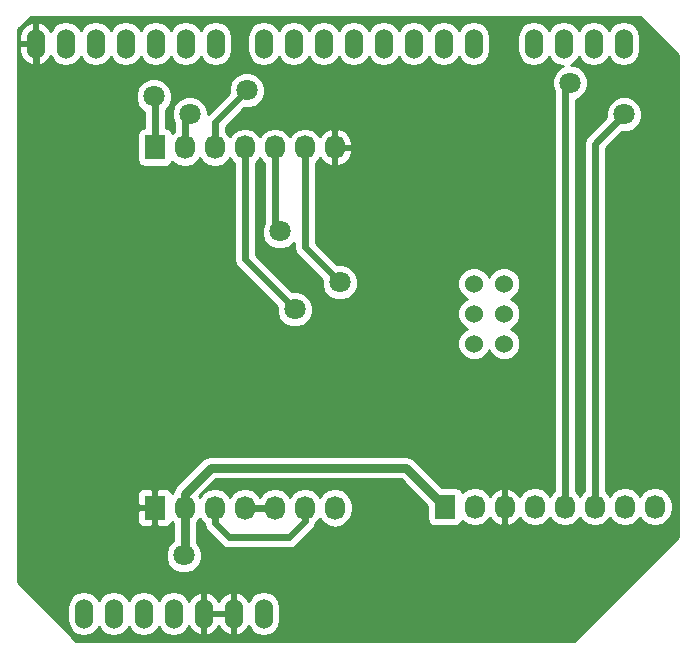
<source format=gbl>
G04 #@! TF.FileFunction,Copper,L2,Bot,Signal*
%FSLAX46Y46*%
G04 Gerber Fmt 4.6, Leading zero omitted, Abs format (unit mm)*
G04 Created by KiCad (PCBNEW 4.0.2+e4-6225~38~ubuntu15.10.1-stable) date lun 30 may 2016 16:09:53 CLT*
%MOMM*%
G01*
G04 APERTURE LIST*
%ADD10C,0.100000*%
%ADD11O,1.524000X2.540000*%
%ADD12C,1.524000*%
%ADD13R,1.727200X2.032000*%
%ADD14O,1.727200X2.032000*%
%ADD15C,1.800000*%
%ADD16C,0.600000*%
%ADD17C,0.750000*%
%ADD18C,0.254000*%
G04 APERTURE END LIST*
D10*
D11*
X217081100Y-54203600D03*
X219621100Y-54203600D03*
X222161100Y-54203600D03*
X224701100Y-54203600D03*
X194221100Y-102463600D03*
X191681100Y-102463600D03*
X189141100Y-102463600D03*
X184061100Y-102463600D03*
X181521100Y-102463600D03*
X212001100Y-54203600D03*
X209461100Y-54203600D03*
X206921100Y-54203600D03*
X204381100Y-54203600D03*
X201841100Y-54203600D03*
X199301100Y-54203600D03*
X196761100Y-54203600D03*
X194221100Y-54203600D03*
X190157100Y-54203600D03*
X187617100Y-54203600D03*
X185077100Y-54203600D03*
X182537100Y-54203600D03*
X179997100Y-54203600D03*
X177457100Y-54203600D03*
X174917100Y-54203600D03*
X186601100Y-102463600D03*
D12*
X212001100Y-74523600D03*
X214541100Y-74523600D03*
X212001100Y-77063600D03*
X214541100Y-77063600D03*
X212001100Y-79603600D03*
X214541100Y-79603600D03*
D11*
X178981100Y-102463600D03*
D13*
X185000000Y-93500000D03*
D14*
X187540000Y-93500000D03*
X190080000Y-93500000D03*
X192620000Y-93500000D03*
X195160000Y-93500000D03*
X197700000Y-93500000D03*
X200240000Y-93500000D03*
D13*
X185000000Y-63000000D03*
D14*
X187540000Y-63000000D03*
X190080000Y-63000000D03*
X192620000Y-63000000D03*
X195160000Y-63000000D03*
X197700000Y-63000000D03*
X200240000Y-63000000D03*
D13*
X209550000Y-93408500D03*
D14*
X212090000Y-93408500D03*
X214630000Y-93408500D03*
X217170000Y-93408500D03*
X219710000Y-93408500D03*
X222250000Y-93408500D03*
X224790000Y-93408500D03*
X227330000Y-93408500D03*
D15*
X220154500Y-57531000D03*
X224726500Y-60198000D03*
X175323500Y-70167500D03*
X187452000Y-97536000D03*
X187960000Y-60198000D03*
X192786000Y-58166000D03*
X184912000Y-58674000D03*
X200660000Y-74422000D03*
X196850000Y-76708000D03*
X195580000Y-70104000D03*
D16*
X219710000Y-93408500D02*
X219710000Y-57975500D01*
X219710000Y-57975500D02*
X220154500Y-57531000D01*
X222250000Y-93408500D02*
X222250000Y-62674500D01*
X222250000Y-62674500D02*
X224726500Y-60198000D01*
X174917100Y-69761100D02*
X174917100Y-54203600D01*
X175323500Y-70167500D02*
X174917100Y-69761100D01*
D17*
X187540000Y-93500000D02*
X187540000Y-92304500D01*
X206248000Y-90106500D02*
X209550000Y-93408500D01*
X189738000Y-90106500D02*
X206248000Y-90106500D01*
X187540000Y-92304500D02*
X189738000Y-90106500D01*
X187540000Y-97448000D02*
X187540000Y-93500000D01*
X187452000Y-97536000D02*
X187540000Y-97448000D01*
D16*
X187540000Y-63000000D02*
X187540000Y-60618000D01*
X187540000Y-60618000D02*
X187960000Y-60198000D01*
X190080000Y-63000000D02*
X190080000Y-60872000D01*
X190080000Y-60872000D02*
X192786000Y-58166000D01*
X185000000Y-63000000D02*
X185000000Y-58762000D01*
X185000000Y-58762000D02*
X184912000Y-58674000D01*
X185000000Y-54280700D02*
X185077100Y-54203600D01*
X197700000Y-63000000D02*
X197700000Y-71462000D01*
X197700000Y-71462000D02*
X200660000Y-74422000D01*
X192620000Y-63000000D02*
X192620000Y-72478000D01*
X192620000Y-72478000D02*
X196850000Y-76708000D01*
X195160000Y-63000000D02*
X195160000Y-69684000D01*
X195160000Y-69684000D02*
X195580000Y-70104000D01*
X190080000Y-93500000D02*
X190080000Y-94830000D01*
X197700000Y-94654000D02*
X197700000Y-93500000D01*
X196342000Y-96012000D02*
X197700000Y-94654000D01*
X191262000Y-96012000D02*
X196342000Y-96012000D01*
X190080000Y-94830000D02*
X191262000Y-96012000D01*
X192620000Y-93500000D02*
X195160000Y-93500000D01*
D18*
G36*
X229298500Y-55170606D02*
X229298500Y-95959394D01*
X220482894Y-104775000D01*
X178360606Y-104775000D01*
X175503885Y-101918279D01*
X177584100Y-101918279D01*
X177584100Y-103008921D01*
X177690440Y-103543530D01*
X177993272Y-103996749D01*
X178446491Y-104299581D01*
X178981100Y-104405921D01*
X179515709Y-104299581D01*
X179968928Y-103996749D01*
X180251100Y-103574450D01*
X180533272Y-103996749D01*
X180986491Y-104299581D01*
X181521100Y-104405921D01*
X182055709Y-104299581D01*
X182508928Y-103996749D01*
X182791100Y-103574450D01*
X183073272Y-103996749D01*
X183526491Y-104299581D01*
X184061100Y-104405921D01*
X184595709Y-104299581D01*
X185048928Y-103996749D01*
X185331100Y-103574450D01*
X185613272Y-103996749D01*
X186066491Y-104299581D01*
X186601100Y-104405921D01*
X187135709Y-104299581D01*
X187588928Y-103996749D01*
X187880430Y-103560487D01*
X187899041Y-103623541D01*
X188243074Y-104049230D01*
X188723823Y-104310860D01*
X188798030Y-104325820D01*
X189014100Y-104203320D01*
X189014100Y-102590600D01*
X189268100Y-102590600D01*
X189268100Y-104203320D01*
X189484170Y-104325820D01*
X189558377Y-104310860D01*
X190039126Y-104049230D01*
X190383159Y-103623541D01*
X190411100Y-103528877D01*
X190439041Y-103623541D01*
X190783074Y-104049230D01*
X191263823Y-104310860D01*
X191338030Y-104325820D01*
X191554100Y-104203320D01*
X191554100Y-102590600D01*
X189268100Y-102590600D01*
X189014100Y-102590600D01*
X188994100Y-102590600D01*
X188994100Y-102336600D01*
X189014100Y-102336600D01*
X189014100Y-100723880D01*
X189268100Y-100723880D01*
X189268100Y-102336600D01*
X191554100Y-102336600D01*
X191554100Y-100723880D01*
X191808100Y-100723880D01*
X191808100Y-102336600D01*
X191828100Y-102336600D01*
X191828100Y-102590600D01*
X191808100Y-102590600D01*
X191808100Y-104203320D01*
X192024170Y-104325820D01*
X192098377Y-104310860D01*
X192579126Y-104049230D01*
X192923159Y-103623541D01*
X192941770Y-103560487D01*
X193233272Y-103996749D01*
X193686491Y-104299581D01*
X194221100Y-104405921D01*
X194755709Y-104299581D01*
X195208928Y-103996749D01*
X195511760Y-103543530D01*
X195618100Y-103008921D01*
X195618100Y-101918279D01*
X195511760Y-101383670D01*
X195208928Y-100930451D01*
X194755709Y-100627619D01*
X194221100Y-100521279D01*
X193686491Y-100627619D01*
X193233272Y-100930451D01*
X192941770Y-101366713D01*
X192923159Y-101303659D01*
X192579126Y-100877970D01*
X192098377Y-100616340D01*
X192024170Y-100601380D01*
X191808100Y-100723880D01*
X191554100Y-100723880D01*
X191338030Y-100601380D01*
X191263823Y-100616340D01*
X190783074Y-100877970D01*
X190439041Y-101303659D01*
X190411100Y-101398323D01*
X190383159Y-101303659D01*
X190039126Y-100877970D01*
X189558377Y-100616340D01*
X189484170Y-100601380D01*
X189268100Y-100723880D01*
X189014100Y-100723880D01*
X188798030Y-100601380D01*
X188723823Y-100616340D01*
X188243074Y-100877970D01*
X187899041Y-101303659D01*
X187880430Y-101366713D01*
X187588928Y-100930451D01*
X187135709Y-100627619D01*
X186601100Y-100521279D01*
X186066491Y-100627619D01*
X185613272Y-100930451D01*
X185331100Y-101352750D01*
X185048928Y-100930451D01*
X184595709Y-100627619D01*
X184061100Y-100521279D01*
X183526491Y-100627619D01*
X183073272Y-100930451D01*
X182791100Y-101352750D01*
X182508928Y-100930451D01*
X182055709Y-100627619D01*
X181521100Y-100521279D01*
X180986491Y-100627619D01*
X180533272Y-100930451D01*
X180251100Y-101352750D01*
X179968928Y-100930451D01*
X179515709Y-100627619D01*
X178981100Y-100521279D01*
X178446491Y-100627619D01*
X177993272Y-100930451D01*
X177690440Y-101383670D01*
X177584100Y-101918279D01*
X175503885Y-101918279D01*
X173418500Y-99832894D01*
X173418500Y-93785750D01*
X183501400Y-93785750D01*
X183501400Y-94642309D01*
X183598073Y-94875698D01*
X183776701Y-95054327D01*
X184010090Y-95151000D01*
X184714250Y-95151000D01*
X184873000Y-94992250D01*
X184873000Y-93627000D01*
X183660150Y-93627000D01*
X183501400Y-93785750D01*
X173418500Y-93785750D01*
X173418500Y-92357691D01*
X183501400Y-92357691D01*
X183501400Y-93214250D01*
X183660150Y-93373000D01*
X184873000Y-93373000D01*
X184873000Y-92007750D01*
X185127000Y-92007750D01*
X185127000Y-93373000D01*
X185147000Y-93373000D01*
X185147000Y-93627000D01*
X185127000Y-93627000D01*
X185127000Y-94992250D01*
X185285750Y-95151000D01*
X185989910Y-95151000D01*
X186223299Y-95054327D01*
X186401927Y-94875698D01*
X186465500Y-94722220D01*
X186480330Y-94744415D01*
X186530000Y-94777603D01*
X186530000Y-96287467D01*
X186151449Y-96665357D01*
X185917267Y-97229330D01*
X185916735Y-97839991D01*
X186149932Y-98404371D01*
X186581357Y-98836551D01*
X187145330Y-99070733D01*
X187755991Y-99071265D01*
X188320371Y-98838068D01*
X188752551Y-98406643D01*
X188986733Y-97842670D01*
X188987265Y-97232009D01*
X188754068Y-96667629D01*
X188550000Y-96463204D01*
X188550000Y-94777603D01*
X188599670Y-94744415D01*
X188810000Y-94429634D01*
X189020330Y-94744415D01*
X189145000Y-94827717D01*
X189145000Y-94830000D01*
X189216173Y-95187809D01*
X189418855Y-95491145D01*
X190600855Y-96673145D01*
X190904191Y-96875827D01*
X191262000Y-96947000D01*
X196342000Y-96947000D01*
X196699809Y-96875827D01*
X197003145Y-96673145D01*
X198361145Y-95315145D01*
X198563827Y-95011809D01*
X198595149Y-94854345D01*
X198759670Y-94744415D01*
X198970000Y-94429634D01*
X199180330Y-94744415D01*
X199666511Y-95069271D01*
X200240000Y-95183345D01*
X200813489Y-95069271D01*
X201299670Y-94744415D01*
X201624526Y-94258234D01*
X201738600Y-93684745D01*
X201738600Y-93315255D01*
X201624526Y-92741766D01*
X201299670Y-92255585D01*
X200813489Y-91930729D01*
X200240000Y-91816655D01*
X199666511Y-91930729D01*
X199180330Y-92255585D01*
X198970000Y-92570366D01*
X198759670Y-92255585D01*
X198273489Y-91930729D01*
X197700000Y-91816655D01*
X197126511Y-91930729D01*
X196640330Y-92255585D01*
X196430000Y-92570366D01*
X196219670Y-92255585D01*
X195733489Y-91930729D01*
X195160000Y-91816655D01*
X194586511Y-91930729D01*
X194100330Y-92255585D01*
X193893585Y-92565000D01*
X193886415Y-92565000D01*
X193679670Y-92255585D01*
X193193489Y-91930729D01*
X192620000Y-91816655D01*
X192046511Y-91930729D01*
X191560330Y-92255585D01*
X191350000Y-92570366D01*
X191139670Y-92255585D01*
X190653489Y-91930729D01*
X190080000Y-91816655D01*
X189506511Y-91930729D01*
X189020330Y-92255585D01*
X188810000Y-92570366D01*
X188766938Y-92505918D01*
X190156356Y-91116500D01*
X205829644Y-91116500D01*
X208038960Y-93325816D01*
X208038960Y-94424500D01*
X208083238Y-94659817D01*
X208222310Y-94875941D01*
X208434510Y-95020931D01*
X208686400Y-95071940D01*
X210413600Y-95071940D01*
X210648917Y-95027662D01*
X210865041Y-94888590D01*
X211010031Y-94676390D01*
X211018400Y-94635061D01*
X211030330Y-94652915D01*
X211516511Y-94977771D01*
X212090000Y-95091845D01*
X212663489Y-94977771D01*
X213149670Y-94652915D01*
X213356461Y-94343431D01*
X213727964Y-94759232D01*
X214255209Y-95013209D01*
X214270974Y-95015858D01*
X214503000Y-94894717D01*
X214503000Y-93535500D01*
X214483000Y-93535500D01*
X214483000Y-93281500D01*
X214503000Y-93281500D01*
X214503000Y-91922283D01*
X214757000Y-91922283D01*
X214757000Y-93281500D01*
X214777000Y-93281500D01*
X214777000Y-93535500D01*
X214757000Y-93535500D01*
X214757000Y-94894717D01*
X214989026Y-95015858D01*
X215004791Y-95013209D01*
X215532036Y-94759232D01*
X215903539Y-94343431D01*
X216110330Y-94652915D01*
X216596511Y-94977771D01*
X217170000Y-95091845D01*
X217743489Y-94977771D01*
X218229670Y-94652915D01*
X218440000Y-94338134D01*
X218650330Y-94652915D01*
X219136511Y-94977771D01*
X219710000Y-95091845D01*
X220283489Y-94977771D01*
X220769670Y-94652915D01*
X220980000Y-94338134D01*
X221190330Y-94652915D01*
X221676511Y-94977771D01*
X222250000Y-95091845D01*
X222823489Y-94977771D01*
X223309670Y-94652915D01*
X223520000Y-94338134D01*
X223730330Y-94652915D01*
X224216511Y-94977771D01*
X224790000Y-95091845D01*
X225363489Y-94977771D01*
X225849670Y-94652915D01*
X226060000Y-94338134D01*
X226270330Y-94652915D01*
X226756511Y-94977771D01*
X227330000Y-95091845D01*
X227903489Y-94977771D01*
X228389670Y-94652915D01*
X228714526Y-94166734D01*
X228828600Y-93593245D01*
X228828600Y-93223755D01*
X228714526Y-92650266D01*
X228389670Y-92164085D01*
X227903489Y-91839229D01*
X227330000Y-91725155D01*
X226756511Y-91839229D01*
X226270330Y-92164085D01*
X226060000Y-92478866D01*
X225849670Y-92164085D01*
X225363489Y-91839229D01*
X224790000Y-91725155D01*
X224216511Y-91839229D01*
X223730330Y-92164085D01*
X223520000Y-92478866D01*
X223309670Y-92164085D01*
X223185000Y-92080783D01*
X223185000Y-63061790D01*
X224513975Y-61732815D01*
X225030491Y-61733265D01*
X225594871Y-61500068D01*
X226027051Y-61068643D01*
X226261233Y-60504670D01*
X226261765Y-59894009D01*
X226028568Y-59329629D01*
X225597143Y-58897449D01*
X225033170Y-58663267D01*
X224422509Y-58662735D01*
X223858129Y-58895932D01*
X223425949Y-59327357D01*
X223191767Y-59891330D01*
X223191314Y-60410896D01*
X221588855Y-62013355D01*
X221386173Y-62316691D01*
X221315000Y-62674500D01*
X221315000Y-92080783D01*
X221190330Y-92164085D01*
X220980000Y-92478866D01*
X220769670Y-92164085D01*
X220645000Y-92080783D01*
X220645000Y-58989201D01*
X221022871Y-58833068D01*
X221455051Y-58401643D01*
X221689233Y-57837670D01*
X221689765Y-57227009D01*
X221456568Y-56662629D01*
X221025143Y-56230449D01*
X220461170Y-55996267D01*
X220220846Y-55996058D01*
X220608928Y-55736749D01*
X220891100Y-55314450D01*
X221173272Y-55736749D01*
X221626491Y-56039581D01*
X222161100Y-56145921D01*
X222695709Y-56039581D01*
X223148928Y-55736749D01*
X223431100Y-55314450D01*
X223713272Y-55736749D01*
X224166491Y-56039581D01*
X224701100Y-56145921D01*
X225235709Y-56039581D01*
X225688928Y-55736749D01*
X225991760Y-55283530D01*
X226098100Y-54748921D01*
X226098100Y-53658279D01*
X225991760Y-53123670D01*
X225688928Y-52670451D01*
X225235709Y-52367619D01*
X224701100Y-52261279D01*
X224166491Y-52367619D01*
X223713272Y-52670451D01*
X223431100Y-53092750D01*
X223148928Y-52670451D01*
X222695709Y-52367619D01*
X222161100Y-52261279D01*
X221626491Y-52367619D01*
X221173272Y-52670451D01*
X220891100Y-53092750D01*
X220608928Y-52670451D01*
X220155709Y-52367619D01*
X219621100Y-52261279D01*
X219086491Y-52367619D01*
X218633272Y-52670451D01*
X218351100Y-53092750D01*
X218068928Y-52670451D01*
X217615709Y-52367619D01*
X217081100Y-52261279D01*
X216546491Y-52367619D01*
X216093272Y-52670451D01*
X215790440Y-53123670D01*
X215684100Y-53658279D01*
X215684100Y-54748921D01*
X215790440Y-55283530D01*
X216093272Y-55736749D01*
X216546491Y-56039581D01*
X217081100Y-56145921D01*
X217615709Y-56039581D01*
X218068928Y-55736749D01*
X218351100Y-55314450D01*
X218633272Y-55736749D01*
X219086491Y-56039581D01*
X219530599Y-56127919D01*
X219286129Y-56228932D01*
X218853949Y-56660357D01*
X218619767Y-57224330D01*
X218619235Y-57834991D01*
X218775000Y-58211971D01*
X218775000Y-92080783D01*
X218650330Y-92164085D01*
X218440000Y-92478866D01*
X218229670Y-92164085D01*
X217743489Y-91839229D01*
X217170000Y-91725155D01*
X216596511Y-91839229D01*
X216110330Y-92164085D01*
X215903539Y-92473569D01*
X215532036Y-92057768D01*
X215004791Y-91803791D01*
X214989026Y-91801142D01*
X214757000Y-91922283D01*
X214503000Y-91922283D01*
X214270974Y-91801142D01*
X214255209Y-91803791D01*
X213727964Y-92057768D01*
X213356461Y-92473569D01*
X213149670Y-92164085D01*
X212663489Y-91839229D01*
X212090000Y-91725155D01*
X211516511Y-91839229D01*
X211030330Y-92164085D01*
X211020757Y-92178413D01*
X211016762Y-92157183D01*
X210877690Y-91941059D01*
X210665490Y-91796069D01*
X210413600Y-91745060D01*
X209314916Y-91745060D01*
X206962178Y-89392322D01*
X206634510Y-89173382D01*
X206248000Y-89096500D01*
X189738000Y-89096500D01*
X189351489Y-89173382D01*
X189023822Y-89392322D01*
X186825822Y-91590322D01*
X186606882Y-91917990D01*
X186548835Y-92209812D01*
X186480330Y-92255585D01*
X186465500Y-92277780D01*
X186401927Y-92124302D01*
X186223299Y-91945673D01*
X185989910Y-91849000D01*
X185285750Y-91849000D01*
X185127000Y-92007750D01*
X184873000Y-92007750D01*
X184714250Y-91849000D01*
X184010090Y-91849000D01*
X183776701Y-91945673D01*
X183598073Y-92124302D01*
X183501400Y-92357691D01*
X173418500Y-92357691D01*
X173418500Y-58977991D01*
X183376735Y-58977991D01*
X183609932Y-59542371D01*
X184041357Y-59974551D01*
X184065000Y-59984368D01*
X184065000Y-61349995D01*
X183901083Y-61380838D01*
X183684959Y-61519910D01*
X183539969Y-61732110D01*
X183488960Y-61984000D01*
X183488960Y-64016000D01*
X183533238Y-64251317D01*
X183672310Y-64467441D01*
X183884510Y-64612431D01*
X184136400Y-64663440D01*
X185863600Y-64663440D01*
X186098917Y-64619162D01*
X186315041Y-64480090D01*
X186460031Y-64267890D01*
X186468400Y-64226561D01*
X186480330Y-64244415D01*
X186966511Y-64569271D01*
X187540000Y-64683345D01*
X188113489Y-64569271D01*
X188599670Y-64244415D01*
X188810000Y-63929634D01*
X189020330Y-64244415D01*
X189506511Y-64569271D01*
X190080000Y-64683345D01*
X190653489Y-64569271D01*
X191139670Y-64244415D01*
X191350000Y-63929634D01*
X191560330Y-64244415D01*
X191685000Y-64327717D01*
X191685000Y-72478000D01*
X191756173Y-72835809D01*
X191958855Y-73139145D01*
X195315185Y-76495475D01*
X195314735Y-77011991D01*
X195547932Y-77576371D01*
X195979357Y-78008551D01*
X196543330Y-78242733D01*
X197153991Y-78243265D01*
X197718371Y-78010068D01*
X198150551Y-77578643D01*
X198384733Y-77014670D01*
X198385265Y-76404009D01*
X198152068Y-75839629D01*
X197720643Y-75407449D01*
X197156670Y-75173267D01*
X196637104Y-75172814D01*
X193555000Y-72090710D01*
X193555000Y-64327717D01*
X193679670Y-64244415D01*
X193890000Y-63929634D01*
X194100330Y-64244415D01*
X194225000Y-64327717D01*
X194225000Y-69364485D01*
X194045267Y-69797330D01*
X194044735Y-70407991D01*
X194277932Y-70972371D01*
X194709357Y-71404551D01*
X195273330Y-71638733D01*
X195883991Y-71639265D01*
X196448371Y-71406068D01*
X196765000Y-71089992D01*
X196765000Y-71462000D01*
X196836173Y-71819809D01*
X197038855Y-72123145D01*
X199125185Y-74209475D01*
X199124735Y-74725991D01*
X199357932Y-75290371D01*
X199789357Y-75722551D01*
X200353330Y-75956733D01*
X200963991Y-75957265D01*
X201528371Y-75724068D01*
X201960551Y-75292643D01*
X202165005Y-74800261D01*
X210603858Y-74800261D01*
X210816090Y-75313903D01*
X211208730Y-75707229D01*
X211416612Y-75793549D01*
X211210797Y-75878590D01*
X210817471Y-76271230D01*
X210604343Y-76784500D01*
X210603858Y-77340261D01*
X210816090Y-77853903D01*
X211208730Y-78247229D01*
X211416612Y-78333549D01*
X211210797Y-78418590D01*
X210817471Y-78811230D01*
X210604343Y-79324500D01*
X210603858Y-79880261D01*
X210816090Y-80393903D01*
X211208730Y-80787229D01*
X211722000Y-81000357D01*
X212277761Y-81000842D01*
X212791403Y-80788610D01*
X213184729Y-80395970D01*
X213271049Y-80188088D01*
X213356090Y-80393903D01*
X213748730Y-80787229D01*
X214262000Y-81000357D01*
X214817761Y-81000842D01*
X215331403Y-80788610D01*
X215724729Y-80395970D01*
X215937857Y-79882700D01*
X215938342Y-79326939D01*
X215726110Y-78813297D01*
X215333470Y-78419971D01*
X215125588Y-78333651D01*
X215331403Y-78248610D01*
X215724729Y-77855970D01*
X215937857Y-77342700D01*
X215938342Y-76786939D01*
X215726110Y-76273297D01*
X215333470Y-75879971D01*
X215125588Y-75793651D01*
X215331403Y-75708610D01*
X215724729Y-75315970D01*
X215937857Y-74802700D01*
X215938342Y-74246939D01*
X215726110Y-73733297D01*
X215333470Y-73339971D01*
X214820200Y-73126843D01*
X214264439Y-73126358D01*
X213750797Y-73338590D01*
X213357471Y-73731230D01*
X213271151Y-73939112D01*
X213186110Y-73733297D01*
X212793470Y-73339971D01*
X212280200Y-73126843D01*
X211724439Y-73126358D01*
X211210797Y-73338590D01*
X210817471Y-73731230D01*
X210604343Y-74244500D01*
X210603858Y-74800261D01*
X202165005Y-74800261D01*
X202194733Y-74728670D01*
X202195265Y-74118009D01*
X201962068Y-73553629D01*
X201530643Y-73121449D01*
X200966670Y-72887267D01*
X200447104Y-72886814D01*
X198635000Y-71074710D01*
X198635000Y-64327717D01*
X198759670Y-64244415D01*
X198966461Y-63934931D01*
X199337964Y-64350732D01*
X199865209Y-64604709D01*
X199880974Y-64607358D01*
X200113000Y-64486217D01*
X200113000Y-63127000D01*
X200367000Y-63127000D01*
X200367000Y-64486217D01*
X200599026Y-64607358D01*
X200614791Y-64604709D01*
X201142036Y-64350732D01*
X201531954Y-63914320D01*
X201725184Y-63361913D01*
X201580924Y-63127000D01*
X200367000Y-63127000D01*
X200113000Y-63127000D01*
X200093000Y-63127000D01*
X200093000Y-62873000D01*
X200113000Y-62873000D01*
X200113000Y-61513783D01*
X200367000Y-61513783D01*
X200367000Y-62873000D01*
X201580924Y-62873000D01*
X201725184Y-62638087D01*
X201531954Y-62085680D01*
X201142036Y-61649268D01*
X200614791Y-61395291D01*
X200599026Y-61392642D01*
X200367000Y-61513783D01*
X200113000Y-61513783D01*
X199880974Y-61392642D01*
X199865209Y-61395291D01*
X199337964Y-61649268D01*
X198966461Y-62065069D01*
X198759670Y-61755585D01*
X198273489Y-61430729D01*
X197700000Y-61316655D01*
X197126511Y-61430729D01*
X196640330Y-61755585D01*
X196430000Y-62070366D01*
X196219670Y-61755585D01*
X195733489Y-61430729D01*
X195160000Y-61316655D01*
X194586511Y-61430729D01*
X194100330Y-61755585D01*
X193890000Y-62070366D01*
X193679670Y-61755585D01*
X193193489Y-61430729D01*
X192620000Y-61316655D01*
X192046511Y-61430729D01*
X191560330Y-61755585D01*
X191350000Y-62070366D01*
X191139670Y-61755585D01*
X191015000Y-61672283D01*
X191015000Y-61259290D01*
X192573475Y-59700815D01*
X193089991Y-59701265D01*
X193654371Y-59468068D01*
X194086551Y-59036643D01*
X194320733Y-58472670D01*
X194321265Y-57862009D01*
X194088068Y-57297629D01*
X193656643Y-56865449D01*
X193092670Y-56631267D01*
X192482009Y-56630735D01*
X191917629Y-56863932D01*
X191485449Y-57295357D01*
X191251267Y-57859330D01*
X191250814Y-58378896D01*
X189495055Y-60134655D01*
X189495265Y-59894009D01*
X189262068Y-59329629D01*
X188830643Y-58897449D01*
X188266670Y-58663267D01*
X187656009Y-58662735D01*
X187091629Y-58895932D01*
X186659449Y-59327357D01*
X186425267Y-59891330D01*
X186424735Y-60501991D01*
X186605000Y-60938266D01*
X186605000Y-61672283D01*
X186480330Y-61755585D01*
X186470757Y-61769913D01*
X186466762Y-61748683D01*
X186327690Y-61532559D01*
X186115490Y-61387569D01*
X185935000Y-61351019D01*
X185935000Y-59821709D01*
X186212551Y-59544643D01*
X186446733Y-58980670D01*
X186447265Y-58370009D01*
X186214068Y-57805629D01*
X185782643Y-57373449D01*
X185218670Y-57139267D01*
X184608009Y-57138735D01*
X184043629Y-57371932D01*
X183611449Y-57803357D01*
X183377267Y-58367330D01*
X183376735Y-58977991D01*
X173418500Y-58977991D01*
X173418500Y-54330600D01*
X173520100Y-54330600D01*
X173520100Y-54838600D01*
X173675041Y-55363541D01*
X174019074Y-55789230D01*
X174499823Y-56050860D01*
X174574030Y-56065820D01*
X174790100Y-55943320D01*
X174790100Y-54330600D01*
X173520100Y-54330600D01*
X173418500Y-54330600D01*
X173418500Y-53568600D01*
X173520100Y-53568600D01*
X173520100Y-54076600D01*
X174790100Y-54076600D01*
X174790100Y-52463880D01*
X175044100Y-52463880D01*
X175044100Y-54076600D01*
X175064100Y-54076600D01*
X175064100Y-54330600D01*
X175044100Y-54330600D01*
X175044100Y-55943320D01*
X175260170Y-56065820D01*
X175334377Y-56050860D01*
X175815126Y-55789230D01*
X176159159Y-55363541D01*
X176177770Y-55300487D01*
X176469272Y-55736749D01*
X176922491Y-56039581D01*
X177457100Y-56145921D01*
X177991709Y-56039581D01*
X178444928Y-55736749D01*
X178727100Y-55314450D01*
X179009272Y-55736749D01*
X179462491Y-56039581D01*
X179997100Y-56145921D01*
X180531709Y-56039581D01*
X180984928Y-55736749D01*
X181267100Y-55314450D01*
X181549272Y-55736749D01*
X182002491Y-56039581D01*
X182537100Y-56145921D01*
X183071709Y-56039581D01*
X183524928Y-55736749D01*
X183807100Y-55314450D01*
X184089272Y-55736749D01*
X184542491Y-56039581D01*
X185077100Y-56145921D01*
X185611709Y-56039581D01*
X186064928Y-55736749D01*
X186347100Y-55314450D01*
X186629272Y-55736749D01*
X187082491Y-56039581D01*
X187617100Y-56145921D01*
X188151709Y-56039581D01*
X188604928Y-55736749D01*
X188887100Y-55314450D01*
X189169272Y-55736749D01*
X189622491Y-56039581D01*
X190157100Y-56145921D01*
X190691709Y-56039581D01*
X191144928Y-55736749D01*
X191447760Y-55283530D01*
X191554100Y-54748921D01*
X191554100Y-53658279D01*
X192824100Y-53658279D01*
X192824100Y-54748921D01*
X192930440Y-55283530D01*
X193233272Y-55736749D01*
X193686491Y-56039581D01*
X194221100Y-56145921D01*
X194755709Y-56039581D01*
X195208928Y-55736749D01*
X195491100Y-55314450D01*
X195773272Y-55736749D01*
X196226491Y-56039581D01*
X196761100Y-56145921D01*
X197295709Y-56039581D01*
X197748928Y-55736749D01*
X198031100Y-55314450D01*
X198313272Y-55736749D01*
X198766491Y-56039581D01*
X199301100Y-56145921D01*
X199835709Y-56039581D01*
X200288928Y-55736749D01*
X200571100Y-55314450D01*
X200853272Y-55736749D01*
X201306491Y-56039581D01*
X201841100Y-56145921D01*
X202375709Y-56039581D01*
X202828928Y-55736749D01*
X203111100Y-55314450D01*
X203393272Y-55736749D01*
X203846491Y-56039581D01*
X204381100Y-56145921D01*
X204915709Y-56039581D01*
X205368928Y-55736749D01*
X205651100Y-55314450D01*
X205933272Y-55736749D01*
X206386491Y-56039581D01*
X206921100Y-56145921D01*
X207455709Y-56039581D01*
X207908928Y-55736749D01*
X208191100Y-55314450D01*
X208473272Y-55736749D01*
X208926491Y-56039581D01*
X209461100Y-56145921D01*
X209995709Y-56039581D01*
X210448928Y-55736749D01*
X210731100Y-55314450D01*
X211013272Y-55736749D01*
X211466491Y-56039581D01*
X212001100Y-56145921D01*
X212535709Y-56039581D01*
X212988928Y-55736749D01*
X213291760Y-55283530D01*
X213398100Y-54748921D01*
X213398100Y-53658279D01*
X213291760Y-53123670D01*
X212988928Y-52670451D01*
X212535709Y-52367619D01*
X212001100Y-52261279D01*
X211466491Y-52367619D01*
X211013272Y-52670451D01*
X210731100Y-53092750D01*
X210448928Y-52670451D01*
X209995709Y-52367619D01*
X209461100Y-52261279D01*
X208926491Y-52367619D01*
X208473272Y-52670451D01*
X208191100Y-53092750D01*
X207908928Y-52670451D01*
X207455709Y-52367619D01*
X206921100Y-52261279D01*
X206386491Y-52367619D01*
X205933272Y-52670451D01*
X205651100Y-53092750D01*
X205368928Y-52670451D01*
X204915709Y-52367619D01*
X204381100Y-52261279D01*
X203846491Y-52367619D01*
X203393272Y-52670451D01*
X203111100Y-53092750D01*
X202828928Y-52670451D01*
X202375709Y-52367619D01*
X201841100Y-52261279D01*
X201306491Y-52367619D01*
X200853272Y-52670451D01*
X200571100Y-53092750D01*
X200288928Y-52670451D01*
X199835709Y-52367619D01*
X199301100Y-52261279D01*
X198766491Y-52367619D01*
X198313272Y-52670451D01*
X198031100Y-53092750D01*
X197748928Y-52670451D01*
X197295709Y-52367619D01*
X196761100Y-52261279D01*
X196226491Y-52367619D01*
X195773272Y-52670451D01*
X195491100Y-53092750D01*
X195208928Y-52670451D01*
X194755709Y-52367619D01*
X194221100Y-52261279D01*
X193686491Y-52367619D01*
X193233272Y-52670451D01*
X192930440Y-53123670D01*
X192824100Y-53658279D01*
X191554100Y-53658279D01*
X191447760Y-53123670D01*
X191144928Y-52670451D01*
X190691709Y-52367619D01*
X190157100Y-52261279D01*
X189622491Y-52367619D01*
X189169272Y-52670451D01*
X188887100Y-53092750D01*
X188604928Y-52670451D01*
X188151709Y-52367619D01*
X187617100Y-52261279D01*
X187082491Y-52367619D01*
X186629272Y-52670451D01*
X186347100Y-53092750D01*
X186064928Y-52670451D01*
X185611709Y-52367619D01*
X185077100Y-52261279D01*
X184542491Y-52367619D01*
X184089272Y-52670451D01*
X183807100Y-53092750D01*
X183524928Y-52670451D01*
X183071709Y-52367619D01*
X182537100Y-52261279D01*
X182002491Y-52367619D01*
X181549272Y-52670451D01*
X181267100Y-53092750D01*
X180984928Y-52670451D01*
X180531709Y-52367619D01*
X179997100Y-52261279D01*
X179462491Y-52367619D01*
X179009272Y-52670451D01*
X178727100Y-53092750D01*
X178444928Y-52670451D01*
X177991709Y-52367619D01*
X177457100Y-52261279D01*
X176922491Y-52367619D01*
X176469272Y-52670451D01*
X176177770Y-53106713D01*
X176159159Y-53043659D01*
X175815126Y-52617970D01*
X175334377Y-52356340D01*
X175260170Y-52341380D01*
X175044100Y-52463880D01*
X174790100Y-52463880D01*
X174574030Y-52341380D01*
X174499823Y-52356340D01*
X174019074Y-52617970D01*
X173675041Y-53043659D01*
X173520100Y-53568600D01*
X173418500Y-53568600D01*
X173418500Y-53011606D01*
X174487106Y-51943000D01*
X226070894Y-51943000D01*
X229298500Y-55170606D01*
X229298500Y-55170606D01*
G37*
X229298500Y-55170606D02*
X229298500Y-95959394D01*
X220482894Y-104775000D01*
X178360606Y-104775000D01*
X175503885Y-101918279D01*
X177584100Y-101918279D01*
X177584100Y-103008921D01*
X177690440Y-103543530D01*
X177993272Y-103996749D01*
X178446491Y-104299581D01*
X178981100Y-104405921D01*
X179515709Y-104299581D01*
X179968928Y-103996749D01*
X180251100Y-103574450D01*
X180533272Y-103996749D01*
X180986491Y-104299581D01*
X181521100Y-104405921D01*
X182055709Y-104299581D01*
X182508928Y-103996749D01*
X182791100Y-103574450D01*
X183073272Y-103996749D01*
X183526491Y-104299581D01*
X184061100Y-104405921D01*
X184595709Y-104299581D01*
X185048928Y-103996749D01*
X185331100Y-103574450D01*
X185613272Y-103996749D01*
X186066491Y-104299581D01*
X186601100Y-104405921D01*
X187135709Y-104299581D01*
X187588928Y-103996749D01*
X187880430Y-103560487D01*
X187899041Y-103623541D01*
X188243074Y-104049230D01*
X188723823Y-104310860D01*
X188798030Y-104325820D01*
X189014100Y-104203320D01*
X189014100Y-102590600D01*
X189268100Y-102590600D01*
X189268100Y-104203320D01*
X189484170Y-104325820D01*
X189558377Y-104310860D01*
X190039126Y-104049230D01*
X190383159Y-103623541D01*
X190411100Y-103528877D01*
X190439041Y-103623541D01*
X190783074Y-104049230D01*
X191263823Y-104310860D01*
X191338030Y-104325820D01*
X191554100Y-104203320D01*
X191554100Y-102590600D01*
X189268100Y-102590600D01*
X189014100Y-102590600D01*
X188994100Y-102590600D01*
X188994100Y-102336600D01*
X189014100Y-102336600D01*
X189014100Y-100723880D01*
X189268100Y-100723880D01*
X189268100Y-102336600D01*
X191554100Y-102336600D01*
X191554100Y-100723880D01*
X191808100Y-100723880D01*
X191808100Y-102336600D01*
X191828100Y-102336600D01*
X191828100Y-102590600D01*
X191808100Y-102590600D01*
X191808100Y-104203320D01*
X192024170Y-104325820D01*
X192098377Y-104310860D01*
X192579126Y-104049230D01*
X192923159Y-103623541D01*
X192941770Y-103560487D01*
X193233272Y-103996749D01*
X193686491Y-104299581D01*
X194221100Y-104405921D01*
X194755709Y-104299581D01*
X195208928Y-103996749D01*
X195511760Y-103543530D01*
X195618100Y-103008921D01*
X195618100Y-101918279D01*
X195511760Y-101383670D01*
X195208928Y-100930451D01*
X194755709Y-100627619D01*
X194221100Y-100521279D01*
X193686491Y-100627619D01*
X193233272Y-100930451D01*
X192941770Y-101366713D01*
X192923159Y-101303659D01*
X192579126Y-100877970D01*
X192098377Y-100616340D01*
X192024170Y-100601380D01*
X191808100Y-100723880D01*
X191554100Y-100723880D01*
X191338030Y-100601380D01*
X191263823Y-100616340D01*
X190783074Y-100877970D01*
X190439041Y-101303659D01*
X190411100Y-101398323D01*
X190383159Y-101303659D01*
X190039126Y-100877970D01*
X189558377Y-100616340D01*
X189484170Y-100601380D01*
X189268100Y-100723880D01*
X189014100Y-100723880D01*
X188798030Y-100601380D01*
X188723823Y-100616340D01*
X188243074Y-100877970D01*
X187899041Y-101303659D01*
X187880430Y-101366713D01*
X187588928Y-100930451D01*
X187135709Y-100627619D01*
X186601100Y-100521279D01*
X186066491Y-100627619D01*
X185613272Y-100930451D01*
X185331100Y-101352750D01*
X185048928Y-100930451D01*
X184595709Y-100627619D01*
X184061100Y-100521279D01*
X183526491Y-100627619D01*
X183073272Y-100930451D01*
X182791100Y-101352750D01*
X182508928Y-100930451D01*
X182055709Y-100627619D01*
X181521100Y-100521279D01*
X180986491Y-100627619D01*
X180533272Y-100930451D01*
X180251100Y-101352750D01*
X179968928Y-100930451D01*
X179515709Y-100627619D01*
X178981100Y-100521279D01*
X178446491Y-100627619D01*
X177993272Y-100930451D01*
X177690440Y-101383670D01*
X177584100Y-101918279D01*
X175503885Y-101918279D01*
X173418500Y-99832894D01*
X173418500Y-93785750D01*
X183501400Y-93785750D01*
X183501400Y-94642309D01*
X183598073Y-94875698D01*
X183776701Y-95054327D01*
X184010090Y-95151000D01*
X184714250Y-95151000D01*
X184873000Y-94992250D01*
X184873000Y-93627000D01*
X183660150Y-93627000D01*
X183501400Y-93785750D01*
X173418500Y-93785750D01*
X173418500Y-92357691D01*
X183501400Y-92357691D01*
X183501400Y-93214250D01*
X183660150Y-93373000D01*
X184873000Y-93373000D01*
X184873000Y-92007750D01*
X185127000Y-92007750D01*
X185127000Y-93373000D01*
X185147000Y-93373000D01*
X185147000Y-93627000D01*
X185127000Y-93627000D01*
X185127000Y-94992250D01*
X185285750Y-95151000D01*
X185989910Y-95151000D01*
X186223299Y-95054327D01*
X186401927Y-94875698D01*
X186465500Y-94722220D01*
X186480330Y-94744415D01*
X186530000Y-94777603D01*
X186530000Y-96287467D01*
X186151449Y-96665357D01*
X185917267Y-97229330D01*
X185916735Y-97839991D01*
X186149932Y-98404371D01*
X186581357Y-98836551D01*
X187145330Y-99070733D01*
X187755991Y-99071265D01*
X188320371Y-98838068D01*
X188752551Y-98406643D01*
X188986733Y-97842670D01*
X188987265Y-97232009D01*
X188754068Y-96667629D01*
X188550000Y-96463204D01*
X188550000Y-94777603D01*
X188599670Y-94744415D01*
X188810000Y-94429634D01*
X189020330Y-94744415D01*
X189145000Y-94827717D01*
X189145000Y-94830000D01*
X189216173Y-95187809D01*
X189418855Y-95491145D01*
X190600855Y-96673145D01*
X190904191Y-96875827D01*
X191262000Y-96947000D01*
X196342000Y-96947000D01*
X196699809Y-96875827D01*
X197003145Y-96673145D01*
X198361145Y-95315145D01*
X198563827Y-95011809D01*
X198595149Y-94854345D01*
X198759670Y-94744415D01*
X198970000Y-94429634D01*
X199180330Y-94744415D01*
X199666511Y-95069271D01*
X200240000Y-95183345D01*
X200813489Y-95069271D01*
X201299670Y-94744415D01*
X201624526Y-94258234D01*
X201738600Y-93684745D01*
X201738600Y-93315255D01*
X201624526Y-92741766D01*
X201299670Y-92255585D01*
X200813489Y-91930729D01*
X200240000Y-91816655D01*
X199666511Y-91930729D01*
X199180330Y-92255585D01*
X198970000Y-92570366D01*
X198759670Y-92255585D01*
X198273489Y-91930729D01*
X197700000Y-91816655D01*
X197126511Y-91930729D01*
X196640330Y-92255585D01*
X196430000Y-92570366D01*
X196219670Y-92255585D01*
X195733489Y-91930729D01*
X195160000Y-91816655D01*
X194586511Y-91930729D01*
X194100330Y-92255585D01*
X193893585Y-92565000D01*
X193886415Y-92565000D01*
X193679670Y-92255585D01*
X193193489Y-91930729D01*
X192620000Y-91816655D01*
X192046511Y-91930729D01*
X191560330Y-92255585D01*
X191350000Y-92570366D01*
X191139670Y-92255585D01*
X190653489Y-91930729D01*
X190080000Y-91816655D01*
X189506511Y-91930729D01*
X189020330Y-92255585D01*
X188810000Y-92570366D01*
X188766938Y-92505918D01*
X190156356Y-91116500D01*
X205829644Y-91116500D01*
X208038960Y-93325816D01*
X208038960Y-94424500D01*
X208083238Y-94659817D01*
X208222310Y-94875941D01*
X208434510Y-95020931D01*
X208686400Y-95071940D01*
X210413600Y-95071940D01*
X210648917Y-95027662D01*
X210865041Y-94888590D01*
X211010031Y-94676390D01*
X211018400Y-94635061D01*
X211030330Y-94652915D01*
X211516511Y-94977771D01*
X212090000Y-95091845D01*
X212663489Y-94977771D01*
X213149670Y-94652915D01*
X213356461Y-94343431D01*
X213727964Y-94759232D01*
X214255209Y-95013209D01*
X214270974Y-95015858D01*
X214503000Y-94894717D01*
X214503000Y-93535500D01*
X214483000Y-93535500D01*
X214483000Y-93281500D01*
X214503000Y-93281500D01*
X214503000Y-91922283D01*
X214757000Y-91922283D01*
X214757000Y-93281500D01*
X214777000Y-93281500D01*
X214777000Y-93535500D01*
X214757000Y-93535500D01*
X214757000Y-94894717D01*
X214989026Y-95015858D01*
X215004791Y-95013209D01*
X215532036Y-94759232D01*
X215903539Y-94343431D01*
X216110330Y-94652915D01*
X216596511Y-94977771D01*
X217170000Y-95091845D01*
X217743489Y-94977771D01*
X218229670Y-94652915D01*
X218440000Y-94338134D01*
X218650330Y-94652915D01*
X219136511Y-94977771D01*
X219710000Y-95091845D01*
X220283489Y-94977771D01*
X220769670Y-94652915D01*
X220980000Y-94338134D01*
X221190330Y-94652915D01*
X221676511Y-94977771D01*
X222250000Y-95091845D01*
X222823489Y-94977771D01*
X223309670Y-94652915D01*
X223520000Y-94338134D01*
X223730330Y-94652915D01*
X224216511Y-94977771D01*
X224790000Y-95091845D01*
X225363489Y-94977771D01*
X225849670Y-94652915D01*
X226060000Y-94338134D01*
X226270330Y-94652915D01*
X226756511Y-94977771D01*
X227330000Y-95091845D01*
X227903489Y-94977771D01*
X228389670Y-94652915D01*
X228714526Y-94166734D01*
X228828600Y-93593245D01*
X228828600Y-93223755D01*
X228714526Y-92650266D01*
X228389670Y-92164085D01*
X227903489Y-91839229D01*
X227330000Y-91725155D01*
X226756511Y-91839229D01*
X226270330Y-92164085D01*
X226060000Y-92478866D01*
X225849670Y-92164085D01*
X225363489Y-91839229D01*
X224790000Y-91725155D01*
X224216511Y-91839229D01*
X223730330Y-92164085D01*
X223520000Y-92478866D01*
X223309670Y-92164085D01*
X223185000Y-92080783D01*
X223185000Y-63061790D01*
X224513975Y-61732815D01*
X225030491Y-61733265D01*
X225594871Y-61500068D01*
X226027051Y-61068643D01*
X226261233Y-60504670D01*
X226261765Y-59894009D01*
X226028568Y-59329629D01*
X225597143Y-58897449D01*
X225033170Y-58663267D01*
X224422509Y-58662735D01*
X223858129Y-58895932D01*
X223425949Y-59327357D01*
X223191767Y-59891330D01*
X223191314Y-60410896D01*
X221588855Y-62013355D01*
X221386173Y-62316691D01*
X221315000Y-62674500D01*
X221315000Y-92080783D01*
X221190330Y-92164085D01*
X220980000Y-92478866D01*
X220769670Y-92164085D01*
X220645000Y-92080783D01*
X220645000Y-58989201D01*
X221022871Y-58833068D01*
X221455051Y-58401643D01*
X221689233Y-57837670D01*
X221689765Y-57227009D01*
X221456568Y-56662629D01*
X221025143Y-56230449D01*
X220461170Y-55996267D01*
X220220846Y-55996058D01*
X220608928Y-55736749D01*
X220891100Y-55314450D01*
X221173272Y-55736749D01*
X221626491Y-56039581D01*
X222161100Y-56145921D01*
X222695709Y-56039581D01*
X223148928Y-55736749D01*
X223431100Y-55314450D01*
X223713272Y-55736749D01*
X224166491Y-56039581D01*
X224701100Y-56145921D01*
X225235709Y-56039581D01*
X225688928Y-55736749D01*
X225991760Y-55283530D01*
X226098100Y-54748921D01*
X226098100Y-53658279D01*
X225991760Y-53123670D01*
X225688928Y-52670451D01*
X225235709Y-52367619D01*
X224701100Y-52261279D01*
X224166491Y-52367619D01*
X223713272Y-52670451D01*
X223431100Y-53092750D01*
X223148928Y-52670451D01*
X222695709Y-52367619D01*
X222161100Y-52261279D01*
X221626491Y-52367619D01*
X221173272Y-52670451D01*
X220891100Y-53092750D01*
X220608928Y-52670451D01*
X220155709Y-52367619D01*
X219621100Y-52261279D01*
X219086491Y-52367619D01*
X218633272Y-52670451D01*
X218351100Y-53092750D01*
X218068928Y-52670451D01*
X217615709Y-52367619D01*
X217081100Y-52261279D01*
X216546491Y-52367619D01*
X216093272Y-52670451D01*
X215790440Y-53123670D01*
X215684100Y-53658279D01*
X215684100Y-54748921D01*
X215790440Y-55283530D01*
X216093272Y-55736749D01*
X216546491Y-56039581D01*
X217081100Y-56145921D01*
X217615709Y-56039581D01*
X218068928Y-55736749D01*
X218351100Y-55314450D01*
X218633272Y-55736749D01*
X219086491Y-56039581D01*
X219530599Y-56127919D01*
X219286129Y-56228932D01*
X218853949Y-56660357D01*
X218619767Y-57224330D01*
X218619235Y-57834991D01*
X218775000Y-58211971D01*
X218775000Y-92080783D01*
X218650330Y-92164085D01*
X218440000Y-92478866D01*
X218229670Y-92164085D01*
X217743489Y-91839229D01*
X217170000Y-91725155D01*
X216596511Y-91839229D01*
X216110330Y-92164085D01*
X215903539Y-92473569D01*
X215532036Y-92057768D01*
X215004791Y-91803791D01*
X214989026Y-91801142D01*
X214757000Y-91922283D01*
X214503000Y-91922283D01*
X214270974Y-91801142D01*
X214255209Y-91803791D01*
X213727964Y-92057768D01*
X213356461Y-92473569D01*
X213149670Y-92164085D01*
X212663489Y-91839229D01*
X212090000Y-91725155D01*
X211516511Y-91839229D01*
X211030330Y-92164085D01*
X211020757Y-92178413D01*
X211016762Y-92157183D01*
X210877690Y-91941059D01*
X210665490Y-91796069D01*
X210413600Y-91745060D01*
X209314916Y-91745060D01*
X206962178Y-89392322D01*
X206634510Y-89173382D01*
X206248000Y-89096500D01*
X189738000Y-89096500D01*
X189351489Y-89173382D01*
X189023822Y-89392322D01*
X186825822Y-91590322D01*
X186606882Y-91917990D01*
X186548835Y-92209812D01*
X186480330Y-92255585D01*
X186465500Y-92277780D01*
X186401927Y-92124302D01*
X186223299Y-91945673D01*
X185989910Y-91849000D01*
X185285750Y-91849000D01*
X185127000Y-92007750D01*
X184873000Y-92007750D01*
X184714250Y-91849000D01*
X184010090Y-91849000D01*
X183776701Y-91945673D01*
X183598073Y-92124302D01*
X183501400Y-92357691D01*
X173418500Y-92357691D01*
X173418500Y-58977991D01*
X183376735Y-58977991D01*
X183609932Y-59542371D01*
X184041357Y-59974551D01*
X184065000Y-59984368D01*
X184065000Y-61349995D01*
X183901083Y-61380838D01*
X183684959Y-61519910D01*
X183539969Y-61732110D01*
X183488960Y-61984000D01*
X183488960Y-64016000D01*
X183533238Y-64251317D01*
X183672310Y-64467441D01*
X183884510Y-64612431D01*
X184136400Y-64663440D01*
X185863600Y-64663440D01*
X186098917Y-64619162D01*
X186315041Y-64480090D01*
X186460031Y-64267890D01*
X186468400Y-64226561D01*
X186480330Y-64244415D01*
X186966511Y-64569271D01*
X187540000Y-64683345D01*
X188113489Y-64569271D01*
X188599670Y-64244415D01*
X188810000Y-63929634D01*
X189020330Y-64244415D01*
X189506511Y-64569271D01*
X190080000Y-64683345D01*
X190653489Y-64569271D01*
X191139670Y-64244415D01*
X191350000Y-63929634D01*
X191560330Y-64244415D01*
X191685000Y-64327717D01*
X191685000Y-72478000D01*
X191756173Y-72835809D01*
X191958855Y-73139145D01*
X195315185Y-76495475D01*
X195314735Y-77011991D01*
X195547932Y-77576371D01*
X195979357Y-78008551D01*
X196543330Y-78242733D01*
X197153991Y-78243265D01*
X197718371Y-78010068D01*
X198150551Y-77578643D01*
X198384733Y-77014670D01*
X198385265Y-76404009D01*
X198152068Y-75839629D01*
X197720643Y-75407449D01*
X197156670Y-75173267D01*
X196637104Y-75172814D01*
X193555000Y-72090710D01*
X193555000Y-64327717D01*
X193679670Y-64244415D01*
X193890000Y-63929634D01*
X194100330Y-64244415D01*
X194225000Y-64327717D01*
X194225000Y-69364485D01*
X194045267Y-69797330D01*
X194044735Y-70407991D01*
X194277932Y-70972371D01*
X194709357Y-71404551D01*
X195273330Y-71638733D01*
X195883991Y-71639265D01*
X196448371Y-71406068D01*
X196765000Y-71089992D01*
X196765000Y-71462000D01*
X196836173Y-71819809D01*
X197038855Y-72123145D01*
X199125185Y-74209475D01*
X199124735Y-74725991D01*
X199357932Y-75290371D01*
X199789357Y-75722551D01*
X200353330Y-75956733D01*
X200963991Y-75957265D01*
X201528371Y-75724068D01*
X201960551Y-75292643D01*
X202165005Y-74800261D01*
X210603858Y-74800261D01*
X210816090Y-75313903D01*
X211208730Y-75707229D01*
X211416612Y-75793549D01*
X211210797Y-75878590D01*
X210817471Y-76271230D01*
X210604343Y-76784500D01*
X210603858Y-77340261D01*
X210816090Y-77853903D01*
X211208730Y-78247229D01*
X211416612Y-78333549D01*
X211210797Y-78418590D01*
X210817471Y-78811230D01*
X210604343Y-79324500D01*
X210603858Y-79880261D01*
X210816090Y-80393903D01*
X211208730Y-80787229D01*
X211722000Y-81000357D01*
X212277761Y-81000842D01*
X212791403Y-80788610D01*
X213184729Y-80395970D01*
X213271049Y-80188088D01*
X213356090Y-80393903D01*
X213748730Y-80787229D01*
X214262000Y-81000357D01*
X214817761Y-81000842D01*
X215331403Y-80788610D01*
X215724729Y-80395970D01*
X215937857Y-79882700D01*
X215938342Y-79326939D01*
X215726110Y-78813297D01*
X215333470Y-78419971D01*
X215125588Y-78333651D01*
X215331403Y-78248610D01*
X215724729Y-77855970D01*
X215937857Y-77342700D01*
X215938342Y-76786939D01*
X215726110Y-76273297D01*
X215333470Y-75879971D01*
X215125588Y-75793651D01*
X215331403Y-75708610D01*
X215724729Y-75315970D01*
X215937857Y-74802700D01*
X215938342Y-74246939D01*
X215726110Y-73733297D01*
X215333470Y-73339971D01*
X214820200Y-73126843D01*
X214264439Y-73126358D01*
X213750797Y-73338590D01*
X213357471Y-73731230D01*
X213271151Y-73939112D01*
X213186110Y-73733297D01*
X212793470Y-73339971D01*
X212280200Y-73126843D01*
X211724439Y-73126358D01*
X211210797Y-73338590D01*
X210817471Y-73731230D01*
X210604343Y-74244500D01*
X210603858Y-74800261D01*
X202165005Y-74800261D01*
X202194733Y-74728670D01*
X202195265Y-74118009D01*
X201962068Y-73553629D01*
X201530643Y-73121449D01*
X200966670Y-72887267D01*
X200447104Y-72886814D01*
X198635000Y-71074710D01*
X198635000Y-64327717D01*
X198759670Y-64244415D01*
X198966461Y-63934931D01*
X199337964Y-64350732D01*
X199865209Y-64604709D01*
X199880974Y-64607358D01*
X200113000Y-64486217D01*
X200113000Y-63127000D01*
X200367000Y-63127000D01*
X200367000Y-64486217D01*
X200599026Y-64607358D01*
X200614791Y-64604709D01*
X201142036Y-64350732D01*
X201531954Y-63914320D01*
X201725184Y-63361913D01*
X201580924Y-63127000D01*
X200367000Y-63127000D01*
X200113000Y-63127000D01*
X200093000Y-63127000D01*
X200093000Y-62873000D01*
X200113000Y-62873000D01*
X200113000Y-61513783D01*
X200367000Y-61513783D01*
X200367000Y-62873000D01*
X201580924Y-62873000D01*
X201725184Y-62638087D01*
X201531954Y-62085680D01*
X201142036Y-61649268D01*
X200614791Y-61395291D01*
X200599026Y-61392642D01*
X200367000Y-61513783D01*
X200113000Y-61513783D01*
X199880974Y-61392642D01*
X199865209Y-61395291D01*
X199337964Y-61649268D01*
X198966461Y-62065069D01*
X198759670Y-61755585D01*
X198273489Y-61430729D01*
X197700000Y-61316655D01*
X197126511Y-61430729D01*
X196640330Y-61755585D01*
X196430000Y-62070366D01*
X196219670Y-61755585D01*
X195733489Y-61430729D01*
X195160000Y-61316655D01*
X194586511Y-61430729D01*
X194100330Y-61755585D01*
X193890000Y-62070366D01*
X193679670Y-61755585D01*
X193193489Y-61430729D01*
X192620000Y-61316655D01*
X192046511Y-61430729D01*
X191560330Y-61755585D01*
X191350000Y-62070366D01*
X191139670Y-61755585D01*
X191015000Y-61672283D01*
X191015000Y-61259290D01*
X192573475Y-59700815D01*
X193089991Y-59701265D01*
X193654371Y-59468068D01*
X194086551Y-59036643D01*
X194320733Y-58472670D01*
X194321265Y-57862009D01*
X194088068Y-57297629D01*
X193656643Y-56865449D01*
X193092670Y-56631267D01*
X192482009Y-56630735D01*
X191917629Y-56863932D01*
X191485449Y-57295357D01*
X191251267Y-57859330D01*
X191250814Y-58378896D01*
X189495055Y-60134655D01*
X189495265Y-59894009D01*
X189262068Y-59329629D01*
X188830643Y-58897449D01*
X188266670Y-58663267D01*
X187656009Y-58662735D01*
X187091629Y-58895932D01*
X186659449Y-59327357D01*
X186425267Y-59891330D01*
X186424735Y-60501991D01*
X186605000Y-60938266D01*
X186605000Y-61672283D01*
X186480330Y-61755585D01*
X186470757Y-61769913D01*
X186466762Y-61748683D01*
X186327690Y-61532559D01*
X186115490Y-61387569D01*
X185935000Y-61351019D01*
X185935000Y-59821709D01*
X186212551Y-59544643D01*
X186446733Y-58980670D01*
X186447265Y-58370009D01*
X186214068Y-57805629D01*
X185782643Y-57373449D01*
X185218670Y-57139267D01*
X184608009Y-57138735D01*
X184043629Y-57371932D01*
X183611449Y-57803357D01*
X183377267Y-58367330D01*
X183376735Y-58977991D01*
X173418500Y-58977991D01*
X173418500Y-54330600D01*
X173520100Y-54330600D01*
X173520100Y-54838600D01*
X173675041Y-55363541D01*
X174019074Y-55789230D01*
X174499823Y-56050860D01*
X174574030Y-56065820D01*
X174790100Y-55943320D01*
X174790100Y-54330600D01*
X173520100Y-54330600D01*
X173418500Y-54330600D01*
X173418500Y-53568600D01*
X173520100Y-53568600D01*
X173520100Y-54076600D01*
X174790100Y-54076600D01*
X174790100Y-52463880D01*
X175044100Y-52463880D01*
X175044100Y-54076600D01*
X175064100Y-54076600D01*
X175064100Y-54330600D01*
X175044100Y-54330600D01*
X175044100Y-55943320D01*
X175260170Y-56065820D01*
X175334377Y-56050860D01*
X175815126Y-55789230D01*
X176159159Y-55363541D01*
X176177770Y-55300487D01*
X176469272Y-55736749D01*
X176922491Y-56039581D01*
X177457100Y-56145921D01*
X177991709Y-56039581D01*
X178444928Y-55736749D01*
X178727100Y-55314450D01*
X179009272Y-55736749D01*
X179462491Y-56039581D01*
X179997100Y-56145921D01*
X180531709Y-56039581D01*
X180984928Y-55736749D01*
X181267100Y-55314450D01*
X181549272Y-55736749D01*
X182002491Y-56039581D01*
X182537100Y-56145921D01*
X183071709Y-56039581D01*
X183524928Y-55736749D01*
X183807100Y-55314450D01*
X184089272Y-55736749D01*
X184542491Y-56039581D01*
X185077100Y-56145921D01*
X185611709Y-56039581D01*
X186064928Y-55736749D01*
X186347100Y-55314450D01*
X186629272Y-55736749D01*
X187082491Y-56039581D01*
X187617100Y-56145921D01*
X188151709Y-56039581D01*
X188604928Y-55736749D01*
X188887100Y-55314450D01*
X189169272Y-55736749D01*
X189622491Y-56039581D01*
X190157100Y-56145921D01*
X190691709Y-56039581D01*
X191144928Y-55736749D01*
X191447760Y-55283530D01*
X191554100Y-54748921D01*
X191554100Y-53658279D01*
X192824100Y-53658279D01*
X192824100Y-54748921D01*
X192930440Y-55283530D01*
X193233272Y-55736749D01*
X193686491Y-56039581D01*
X194221100Y-56145921D01*
X194755709Y-56039581D01*
X195208928Y-55736749D01*
X195491100Y-55314450D01*
X195773272Y-55736749D01*
X196226491Y-56039581D01*
X196761100Y-56145921D01*
X197295709Y-56039581D01*
X197748928Y-55736749D01*
X198031100Y-55314450D01*
X198313272Y-55736749D01*
X198766491Y-56039581D01*
X199301100Y-56145921D01*
X199835709Y-56039581D01*
X200288928Y-55736749D01*
X200571100Y-55314450D01*
X200853272Y-55736749D01*
X201306491Y-56039581D01*
X201841100Y-56145921D01*
X202375709Y-56039581D01*
X202828928Y-55736749D01*
X203111100Y-55314450D01*
X203393272Y-55736749D01*
X203846491Y-56039581D01*
X204381100Y-56145921D01*
X204915709Y-56039581D01*
X205368928Y-55736749D01*
X205651100Y-55314450D01*
X205933272Y-55736749D01*
X206386491Y-56039581D01*
X206921100Y-56145921D01*
X207455709Y-56039581D01*
X207908928Y-55736749D01*
X208191100Y-55314450D01*
X208473272Y-55736749D01*
X208926491Y-56039581D01*
X209461100Y-56145921D01*
X209995709Y-56039581D01*
X210448928Y-55736749D01*
X210731100Y-55314450D01*
X211013272Y-55736749D01*
X211466491Y-56039581D01*
X212001100Y-56145921D01*
X212535709Y-56039581D01*
X212988928Y-55736749D01*
X213291760Y-55283530D01*
X213398100Y-54748921D01*
X213398100Y-53658279D01*
X213291760Y-53123670D01*
X212988928Y-52670451D01*
X212535709Y-52367619D01*
X212001100Y-52261279D01*
X211466491Y-52367619D01*
X211013272Y-52670451D01*
X210731100Y-53092750D01*
X210448928Y-52670451D01*
X209995709Y-52367619D01*
X209461100Y-52261279D01*
X208926491Y-52367619D01*
X208473272Y-52670451D01*
X208191100Y-53092750D01*
X207908928Y-52670451D01*
X207455709Y-52367619D01*
X206921100Y-52261279D01*
X206386491Y-52367619D01*
X205933272Y-52670451D01*
X205651100Y-53092750D01*
X205368928Y-52670451D01*
X204915709Y-52367619D01*
X204381100Y-52261279D01*
X203846491Y-52367619D01*
X203393272Y-52670451D01*
X203111100Y-53092750D01*
X202828928Y-52670451D01*
X202375709Y-52367619D01*
X201841100Y-52261279D01*
X201306491Y-52367619D01*
X200853272Y-52670451D01*
X200571100Y-53092750D01*
X200288928Y-52670451D01*
X199835709Y-52367619D01*
X199301100Y-52261279D01*
X198766491Y-52367619D01*
X198313272Y-52670451D01*
X198031100Y-53092750D01*
X197748928Y-52670451D01*
X197295709Y-52367619D01*
X196761100Y-52261279D01*
X196226491Y-52367619D01*
X195773272Y-52670451D01*
X195491100Y-53092750D01*
X195208928Y-52670451D01*
X194755709Y-52367619D01*
X194221100Y-52261279D01*
X193686491Y-52367619D01*
X193233272Y-52670451D01*
X192930440Y-53123670D01*
X192824100Y-53658279D01*
X191554100Y-53658279D01*
X191447760Y-53123670D01*
X191144928Y-52670451D01*
X190691709Y-52367619D01*
X190157100Y-52261279D01*
X189622491Y-52367619D01*
X189169272Y-52670451D01*
X188887100Y-53092750D01*
X188604928Y-52670451D01*
X188151709Y-52367619D01*
X187617100Y-52261279D01*
X187082491Y-52367619D01*
X186629272Y-52670451D01*
X186347100Y-53092750D01*
X186064928Y-52670451D01*
X185611709Y-52367619D01*
X185077100Y-52261279D01*
X184542491Y-52367619D01*
X184089272Y-52670451D01*
X183807100Y-53092750D01*
X183524928Y-52670451D01*
X183071709Y-52367619D01*
X182537100Y-52261279D01*
X182002491Y-52367619D01*
X181549272Y-52670451D01*
X181267100Y-53092750D01*
X180984928Y-52670451D01*
X180531709Y-52367619D01*
X179997100Y-52261279D01*
X179462491Y-52367619D01*
X179009272Y-52670451D01*
X178727100Y-53092750D01*
X178444928Y-52670451D01*
X177991709Y-52367619D01*
X177457100Y-52261279D01*
X176922491Y-52367619D01*
X176469272Y-52670451D01*
X176177770Y-53106713D01*
X176159159Y-53043659D01*
X175815126Y-52617970D01*
X175334377Y-52356340D01*
X175260170Y-52341380D01*
X175044100Y-52463880D01*
X174790100Y-52463880D01*
X174574030Y-52341380D01*
X174499823Y-52356340D01*
X174019074Y-52617970D01*
X173675041Y-53043659D01*
X173520100Y-53568600D01*
X173418500Y-53568600D01*
X173418500Y-53011606D01*
X174487106Y-51943000D01*
X226070894Y-51943000D01*
X229298500Y-55170606D01*
M02*

</source>
